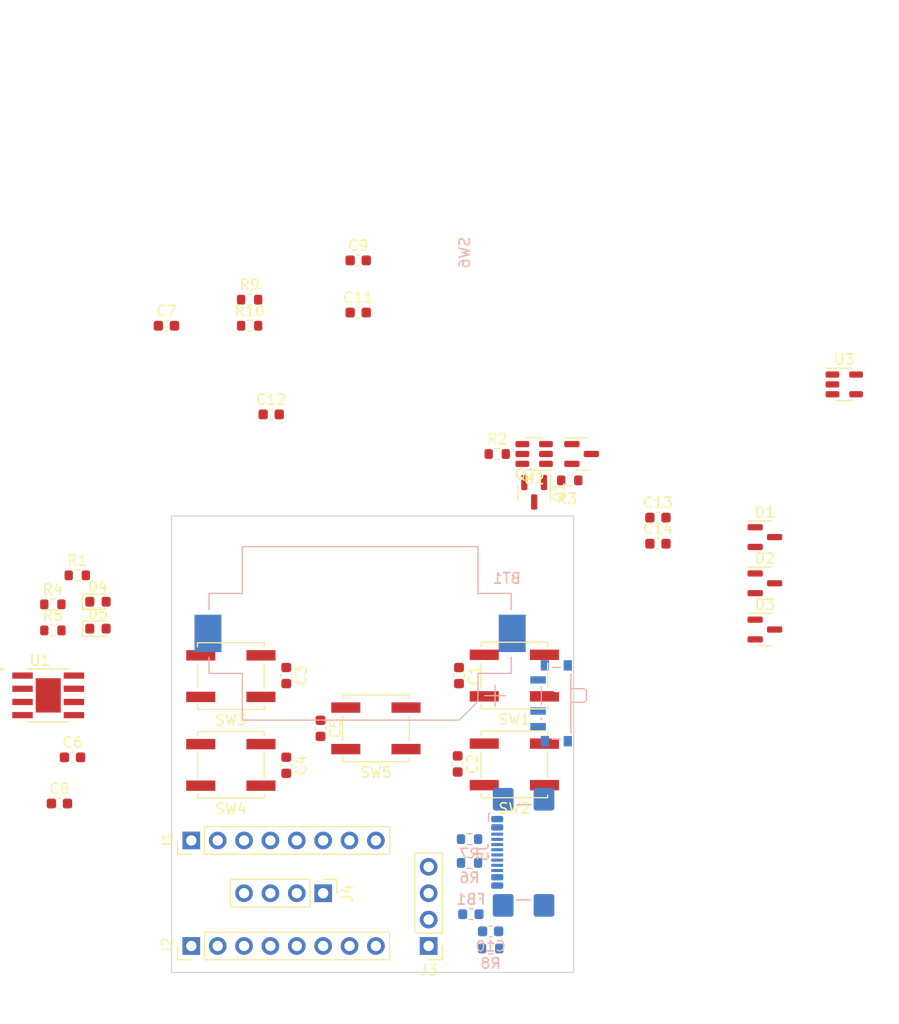
<source format=kicad_pcb>
(kicad_pcb (version 20221018) (generator pcbnew)
  (layers (0 "F.Cu" signal) (31 "B.Cu" signal) (34 "B.Paste" user) (35 "F.Paste" user) (36 "B.SilkS" user "B.Silkscreen") (37 "F.SilkS" user "F.Silkscreen") (38 "B.Mask" user) (39 "F.Mask" user) (44 "Edge.Cuts" user))
  (net 0 "")
  (net 1 "+BATT")
  (net 2 "GND1")
  (net 3 "S_TP")
  (net 4 "GND")
  (net 5 "S_TN")
  (net 6 "S_IP")
  (net 7 "S_IN")
  (net 8 "S_M")
  (net 9 "VDD")
  (net 10 "+5V")
  (net 11 "Net-(U2-VCC)")
  (net 12 "Net-(C10-Pad1)")
  (net 13 "Net-(J5-SHIELD)")
  (net 14 "+3V0")
  (net 15 "INT")
  (net 17 "Net-(D4-K)")
  (net 18 "Net-(D5-K)")
  (net 23 "SCL")
  (net 24 "SDA")
  (net 27 "Net-(J5-CC1)")
  (net 31 "Net-(J5-CC2)")
  (net 35 "Net-(Q1-G)")
  (net 36 "Net-(Q1-D)")
  (net 37 "Net-(Q2-G)")
  (net 38 "Net-(U1-PROG)")
  (net 39 "Net-(U2-CS)")
  (net 40 "Net-(U1-~{CHRG})")
  (net 41 "Net-(U1-~{STDBY})")
  (net 42 "Net-(U3-FB)")
  (footprint "Capacitor_SMD:C_0603_1608Metric" (layer "F.Cu") (at 129.613 85.979)
    (fp_text reference "C12" (at 0 -1.43) (layer "F.SilkS"))
    (fp_text value "100n")
    (fp_line (start -0.14058 -0.51) (end 0.14058 -0.51) (stroke (width 0.12)) (layer "F.SilkS"))
    (fp_line (start -0.14058 0.51) (end 0.14058 0.51) (stroke (width 0.12)) (layer "F.SilkS"))
    (pad "1" smd roundrect (at -0.775 0) (size 0.9 0.95) (layers "F.Cu" "F.Paste" "F.Mask") (net 4 "GND"))
    (pad "2" smd roundrect (at 0.775 0) (size 0.9 0.95) (layers "F.Cu" "F.Paste" "F.Mask") (net 14 "+3V0"))
  )
  (footprint "Capacitor_SMD:C_0603_1608Metric" (layer "F.Cu") (at 147.701 111.125 -90)
    (fp_text reference "C1" (at 0 -1.43 90) (layer "F.SilkS"))
    (fp_text value "100n")
    (fp_line (start -0.14058 -0.51) (end 0.14058 -0.51) (stroke (width 0.12)) (layer "F.SilkS"))
    (fp_line (start -0.14058 0.51) (end 0.14058 0.51) (stroke (width 0.12)) (layer "F.SilkS"))
    (pad "1" smd roundrect (at -0.775 0 270) (size 0.9 0.95) (layers "F.Cu" "F.Paste" "F.Mask") (net 3 "S_TP"))
    (pad "2" smd roundrect (at 0.775 0 270) (size 0.9 0.95) (layers "F.Cu" "F.Paste" "F.Mask") (net 4 "GND"))
  )
  (footprint "kicad_libs:SOP127P600X175-9N" (layer "F.Cu") (at 108.139 113.03)
    (fp_text reference "U1" (at -0.795 -3.362) (layer "F.SilkS"))
    (fp_text value "TP4056")
    (fp_line (start -2 -2.55) (end 2 -2.55) (stroke (width 0.127)) (layer "F.SilkS"))
    (fp_line (start -2 2.55) (end 2 2.55) (stroke (width 0.127)) (layer "F.SilkS"))
    (fp_circle (center -4.445 -2.505) (end -4.345 -2.505) (stroke (width 0.2)) (fill none) (layer "F.SilkS"))
    (pad "1" smd roundrect (at -2.475 -1.905) (size 1.97 0.6) (layers "F.Cu" "F.Paste" "F.Mask") (roundrect_rratio 0.07) (net 4 "GND"))
    (pad "2" smd roundrect (at -2.475 -0.635) (size 1.97 0.6) (layers "F.Cu" "F.Paste" "F.Mask") (roundrect_rratio 0.07) (net 38 "Net-(U1-PROG)"))
    (pad "3" smd roundrect (at -2.475 0.635) (size 1.97 0.6) (layers "F.Cu" "F.Paste" "F.Mask") (roundrect_rratio 0.07) (net 4 "GND"))
    (pad "4" smd roundrect (at -2.475 1.905) (size 1.97 0.6) (layers "F.Cu" "F.Paste" "F.Mask") (roundrect_rratio 0.07) (net 10 "+5V"))
    (pad "5" smd roundrect (at 2.475 1.905) (size 1.97 0.6) (layers "F.Cu" "F.Paste" "F.Mask") (roundrect_rratio 0.07) (net 1 "+BATT"))
    (pad "6" smd roundrect (at 2.475 0.635) (size 1.97 0.6) (layers "F.Cu" "F.Paste" "F.Mask") (roundrect_rratio 0.07) (net 41 "Net-(U1-~{STDBY})"))
    (pad "7" smd roundrect (at 2.475 -0.635) (size 1.97 0.6) (layers "F.Cu" "F.Paste" "F.Mask") (roundrect_rratio 0.07) (net 40 "Net-(U1-~{CHRG})"))
    (pad "8" smd roundrect (at 2.475 -1.905) (size 1.97 0.6) (layers "F.Cu" "F.Paste" "F.Mask") (roundrect_rratio 0.07) (net 10 "+5V"))
    (pad "9" smd rect (at 0 0) (size 2.413 3.302) (layers "F.Cu" "F.Mask") (net 4 "GND"))
  )
  (footprint "Connector_PinHeader_2.54mm:PinHeader_1x04_P2.54mm_Vertical" (layer "F.Cu") (at 134.62 132.08 -90)
    (fp_text reference "J4" (at 0 -2.33 90) (layer "F.SilkS"))
    (fp_text value "Conn_01x04_Socket")
    (fp_line (start -1.33 -1.33) (end 0 -1.33) (stroke (width 0.12)) (layer "F.SilkS"))
    (fp_line (start -1.33 0) (end -1.33 -1.33) (stroke (width 0.12)) (layer "F.SilkS"))
    (fp_line (start -1.33 1.27) (end -1.33 8.95) (stroke (width 0.12)) (layer "F.SilkS"))
    (fp_line (start -1.33 1.27) (end 1.33 1.27) (stroke (width 0.12)) (layer "F.SilkS"))
    (fp_line (start -1.33 8.95) (end 1.33 8.95) (stroke (width 0.12)) (layer "F.SilkS"))
    (fp_line (start 1.33 1.27) (end 1.33 8.95) (stroke (width 0.12)) (layer "F.SilkS"))
    (pad "1" thru_hole rect (at 0 0 270) (size 1.7 1.7) (drill 1) (layers "*.Cu" "*.Mask") (net 24 "SDA"))
    (pad "2" thru_hole oval (at 0 2.54 270) (size 1.7 1.7) (drill 1) (layers "*.Cu" "*.Mask") (net 23 "SCL"))
    (pad "3" thru_hole oval (at 0 5.08 270) (size 1.7 1.7) (drill 1) (layers "*.Cu" "*.Mask") (net 4 "GND"))
    (pad "4" thru_hole oval (at 0 7.62 270) (size 1.7 1.7) (drill 1) (layers "*.Cu" "*.Mask") (net 14 "+3V0"))
  )
  (footprint "Package_TO_SOT_SMD:SOT-23" (layer "F.Cu") (at 177.165 97.79)
    (fp_text reference "D1" (at 0 -2.4) (layer "F.SilkS"))
    (fp_text value "BAT54A")
    (fp_line (start 0 -1.56) (end -1.675 -1.56) (stroke (width 0.12)) (layer "F.SilkS"))
    (fp_line (start 0 -1.56) (end 0.65 -1.56) (stroke (width 0.12)) (layer "F.SilkS"))
    (fp_line (start 0 1.56) (end -0.65 1.56) (stroke (width 0.12)) (layer "F.SilkS"))
    (fp_line (start 0 1.56) (end 0.65 1.56) (stroke (width 0.12)) (layer "F.SilkS"))
    (pad "1" smd roundrect (at -0.9375 -0.95) (size 1.475 0.6) (layers "F.Cu" "F.Paste" "F.Mask") (net 3 "S_TP"))
    (pad "2" smd roundrect (at -0.9375 0.95) (size 1.475 0.6) (layers "F.Cu" "F.Paste" "F.Mask") (net 5 "S_TN"))
    (pad "3" smd roundrect (at 0.9375 0) (size 1.475 0.6) (layers "F.Cu" "F.Paste" "F.Mask") (net 15 "INT"))
  )
  (footprint "Resistor_SMD:R_0603_1608Metric" (layer "F.Cu") (at 108.585 106.777)
    (fp_text reference "R5" (at 0 -1.43) (layer "F.SilkS"))
    (fp_text value "2k")
    (fp_line (start -0.237258 -0.5225) (end 0.237258 -0.5225) (stroke (width 0.12)) (layer "F.SilkS"))
    (fp_line (start -0.237258 0.5225) (end 0.237258 0.5225) (stroke (width 0.12)) (layer "F.SilkS"))
    (pad "1" smd roundrect (at -0.825 0) (size 0.8 0.95) (layers "F.Cu" "F.Paste" "F.Mask") (net 41 "Net-(U1-~{STDBY})"))
    (pad "2" smd roundrect (at 0.825 0) (size 0.8 0.95) (layers "F.Cu" "F.Paste" "F.Mask") (net 17 "Net-(D4-K)"))
  )
  (footprint "Connector_PinHeader_2.54mm:PinHeader_1x08_P2.54mm_Vertical" (layer "F.Cu") (at 121.92 127 90)
    (fp_text reference "J1" (at 0 -2.33 90) (layer "F.SilkS"))
    (fp_text value "Conn_01x08_Socket")
    (fp_line (start -1.33 -1.33) (end 0 -1.33) (stroke (width 0.12)) (layer "F.SilkS"))
    (fp_line (start -1.33 0) (end -1.33 -1.33) (stroke (width 0.12)) (layer "F.SilkS"))
    (fp_line (start -1.33 1.27) (end -1.33 19.11) (stroke (width 0.12)) (layer "F.SilkS"))
    (fp_line (start -1.33 1.27) (end 1.33 1.27) (stroke (width 0.12)) (layer "F.SilkS"))
    (fp_line (start -1.33 19.11) (end 1.33 19.11) (stroke (width 0.12)) (layer "F.SilkS"))
    (fp_line (start 1.33 1.27) (end 1.33 19.11) (stroke (width 0.12)) (layer "F.SilkS"))
    (pad "1" thru_hole rect (at 0 0 90) (size 1.7 1.7) (drill 1) (layers "*.Cu" "*.Mask") (net 3 "S_TP"))
    (pad "2" thru_hole oval (at 0 2.54 90) (size 1.7 1.7) (drill 1) (layers "*.Cu" "*.Mask") (net 5 "S_TN"))
    (pad "3" thru_hole oval (at 0 5.08 90) (size 1.7 1.7) (drill 1) (layers "*.Cu" "*.Mask") (net 6 "S_IP"))
    (pad "4" thru_hole oval (at 0 7.62 90) (size 1.7 1.7) (drill 1) (layers "*.Cu" "*.Mask") (net 7 "S_IN"))
    (pad "5" thru_hole oval (at 0 10.16 90) (size 1.7 1.7) (drill 1) (layers "*.Cu" "*.Mask") (net 8 "S_M"))
    (pad "6" thru_hole oval (at 0 12.7 90) (size 1.7 1.7) (drill 1) (layers "*.Cu" "*.Mask"))
    (pad "7" thru_hole oval (at 0 15.24 90) (size 1.7 1.7) (drill 1) (layers "*.Cu" "*.Mask"))
    (pad "8" thru_hole oval (at 0 17.78 90) (size 1.7 1.7) (drill 1) (layers "*.Cu" "*.Mask"))
  )
  (footprint "Capacitor_SMD:C_0603_1608Metric" (layer "F.Cu") (at 166.865 98.425)
    (fp_text reference "C14" (at 0 -1.43) (layer "F.SilkS"))
    (fp_text value "10u")
    (fp_line (start -0.14058 -0.51) (end 0.14058 -0.51) (stroke (width 0.12)) (layer "F.SilkS"))
    (fp_line (start -0.14058 0.51) (end 0.14058 0.51) (stroke (width 0.12)) (layer "F.SilkS"))
    (pad "1" smd roundrect (at -0.775 0) (size 0.9 0.95) (layers "F.Cu" "F.Paste" "F.Mask") (net 4 "GND"))
    (pad "2" smd roundrect (at 0.775 0) (size 0.9 0.95) (layers "F.Cu" "F.Paste" "F.Mask") (net 14 "+3V0"))
  )
  (footprint "Resistor_SMD:R_0603_1608Metric" (layer "F.Cu") (at 151.384 89.789)
    (fp_text reference "R2" (at 0 -1.43) (layer "F.SilkS"))
    (fp_text value "100R")
    (fp_line (start -0.237258 -0.5225) (end 0.237258 -0.5225) (stroke (width 0.12)) (layer "F.SilkS"))
    (fp_line (start -0.237258 0.5225) (end 0.237258 0.5225) (stroke (width 0.12)) (layer "F.SilkS"))
    (pad "1" smd roundrect (at -0.825 0) (size 0.8 0.95) (layers "F.Cu" "F.Paste" "F.Mask") (net 1 "+BATT"))
    (pad "2" smd roundrect (at 0.825 0) (size 0.8 0.95) (layers "F.Cu" "F.Paste" "F.Mask") (net 11 "Net-(U2-VCC)"))
  )
  (footprint "Capacitor_SMD:C_0603_1608Metric" (layer "F.Cu") (at 166.865 95.915)
    (fp_text reference "C13" (at 0 -1.43) (layer "F.SilkS"))
    (fp_text value "100n")
    (fp_line (start -0.14058 -0.51) (end 0.14058 -0.51) (stroke (width 0.12)) (layer "F.SilkS"))
    (fp_line (start -0.14058 0.51) (end 0.14058 0.51) (stroke (width 0.12)) (layer "F.SilkS"))
    (pad "1" smd roundrect (at -0.775 0) (size 0.9 0.95) (layers "F.Cu" "F.Paste" "F.Mask") (net 4 "GND"))
    (pad "2" smd roundrect (at 0.775 0) (size 0.9 0.95) (layers "F.Cu" "F.Paste" "F.Mask") (net 14 "+3V0"))
  )
  (footprint "Package_TO_SOT_SMD:SOT-23" (layer "F.Cu") (at 154.94 93.472 -90)
    (fp_text reference "Q1" (at 0 -2.4 90) (layer "F.SilkS"))
    (fp_text value "DMG3402L")
    (fp_line (start 0 -1.56) (end -1.675 -1.56) (stroke (width 0.12)) (layer "F.SilkS"))
    (fp_line (start 0 -1.56) (end 0.65 -1.56) (stroke (width 0.12)) (layer "F.SilkS"))
    (fp_line (start 0 1.56) (end -0.65 1.56) (stroke (width 0.12)) (layer "F.SilkS"))
    (fp_line (start 0 1.56) (end 0.65 1.56) (stroke (width 0.12)) (layer "F.SilkS"))
    (pad "1" smd roundrect (at -0.9375 -0.95 270) (size 1.475 0.6) (layers "F.Cu" "F.Paste" "F.Mask") (net 35 "Net-(Q1-G)"))
    (pad "2" smd roundrect (at -0.9375 0.95 270) (size 1.475 0.6) (layers "F.Cu" "F.Paste" "F.Mask") (net 2 "GND1"))
    (pad "3" smd roundrect (at 0.9375 0 270) (size 1.475 0.6) (layers "F.Cu" "F.Paste" "F.Mask") (net 36 "Net-(Q1-D)"))
  )
  (footprint "Connector_PinHeader_2.54mm:PinHeader_1x04_P2.54mm_Vertical" (layer "F.Cu") (at 144.78 137.16 180)
    (fp_text reference "J3" (at 0 -2.33) (layer "F.SilkS"))
    (fp_text value "Conn_01x04_Socket")
    (fp_line (start -1.33 -1.33) (end 0 -1.33) (stroke (width 0.12)) (layer "F.SilkS"))
    (fp_line (start -1.33 0) (end -1.33 -1.33) (stroke (width 0.12)) (layer "F.SilkS"))
    (fp_line (start -1.33 1.27) (end -1.33 8.95) (stroke (width 0.12)) (layer "F.SilkS"))
    (fp_line (start -1.33 1.27) (end 1.33 1.27) (stroke (width 0.12)) (layer "F.SilkS"))
    (fp_line (start -1.33 8.95) (end 1.33 8.95) (stroke (width 0.12)) (layer "F.SilkS"))
    (fp_line (start 1.33 1.27) (end 1.33 8.95) (stroke (width 0.12)) (layer "F.SilkS"))
    (pad "1" thru_hole rect (at 0 0 180) (size 1.7 1.7) (drill 1) (layers "*.Cu" "*.Mask") (net 24 "SDA"))
    (pad "2" thru_hole oval (at 0 2.54 180) (size 1.7 1.7) (drill 1) (layers "*.Cu" "*.Mask") (net 23 "SCL"))
    (pad "3" thru_hole oval (at 0 5.08 180) (size 1.7 1.7) (drill 1) (layers "*.Cu" "*.Mask") (net 14 "+3V0"))
    (pad "4" thru_hole oval (at 0 7.62 180) (size 1.7 1.7) (drill 1) (layers "*.Cu" "*.Mask") (net 4 "GND"))
  )
  (footprint "Connector_PinHeader_2.54mm:PinHeader_1x08_P2.54mm_Vertical" (layer "F.Cu") (at 121.92 137.16 90)
    (fp_text reference "J2" (at 0 -2.33 90) (layer "F.SilkS"))
    (fp_text value "Conn_01x08_Socket")
    (fp_line (start -1.33 -1.33) (end 0 -1.33) (stroke (width 0.12)) (layer "F.SilkS"))
    (fp_line (start -1.33 0) (end -1.33 -1.33) (stroke (width 0.12)) (layer "F.SilkS"))
    (fp_line (start -1.33 1.27) (end -1.33 19.11) (stroke (width 0.12)) (layer "F.SilkS"))
    (fp_line (start -1.33 1.27) (end 1.33 1.27) (stroke (width 0.12)) (layer "F.SilkS"))
    (fp_line (start -1.33 19.11) (end 1.33 19.11) (stroke (width 0.12)) (layer "F.SilkS"))
    (fp_line (start 1.33 1.27) (end 1.33 19.11) (stroke (width 0.12)) (layer "F.SilkS"))
    (pad "1" thru_hole rect (at 0 0 90) (size 1.7 1.7) (drill 1) (layers "*.Cu" "*.Mask"))
    (pad "2" thru_hole oval (at 0 2.54 90) (size 1.7 1.7) (drill 1) (layers "*.Cu" "*.Mask") (net 15 "INT"))
    (pad "3" thru_hole oval (at 0 5.08 90) (size 1.7 1.7) (drill 1) (layers "*.Cu" "*.Mask") (net 14 "+3V0"))
    (pad "4" thru_hole oval (at 0 7.62 90) (size 1.7 1.7) (drill 1) (layers "*.Cu" "*.Mask") (net 4 "GND"))
    (pad "5" thru_hole oval (at 0 10.16 90) (size 1.7 1.7) (drill 1) (layers "*.Cu" "*.Mask") (net 23 "SCL"))
    (pad "6" thru_hole oval (at 0 12.7 90) (size 1.7 1.7) (drill 1) (layers "*.Cu" "*.Mask") (net 24 "SDA"))
    (pad "7" thru_hole oval (at 0 15.24 90) (size 1.7 1.7) (drill 1) (layers "*.Cu" "*.Mask"))
    (pad "8" thru_hole oval (at 0 17.78 90) (size 1.7 1.7) (drill 1) (layers "*.Cu" "*.Mask"))
  )
  (footprint "Capacitor_SMD:C_0603_1608Metric" (layer "F.Cu") (at 110.477 118.999)
    (fp_text reference "C6" (at 0 -1.43) (layer "F.SilkS"))
    (fp_text value "10u")
    (fp_line (start -0.14058 -0.51) (end 0.14058 -0.51) (stroke (width 0.12)) (layer "F.SilkS"))
    (fp_line (start -0.14058 0.51) (end 0.14058 0.51) (stroke (width 0.12)) (layer "F.SilkS"))
    (pad "1" smd roundrect (at -0.775 0) (size 0.9 0.95) (layers "F.Cu" "F.Paste" "F.Mask") (net 4 "GND"))
    (pad "2" smd roundrect (at 0.775 0) (size 0.9 0.95) (layers "F.Cu" "F.Paste" "F.Mask") (net 1 "+BATT"))
  )
  (footprint "Button_Switch_SMD:SW_Push_1P1T_NO_CK_KSC7xxJ" (layer "F.Cu") (at 153.035 119.675)
    (fp_text reference "SW2" (at 0 4.24) (layer "F.SilkS"))
    (fp_text value "SW_Push")
    (fp_line (start -3.21 -3.21) (end -3.21 -2.8) (stroke (width 0.12)) (layer "F.SilkS"))
    (fp_line (start -3.21 -1.2) (end -3.21 1.2) (stroke (width 0.12)) (layer "F.SilkS"))
    (fp_line (start -3.21 2.8) (end -3.21 3.21) (stroke (width 0.12)) (layer "F.SilkS"))
    (fp_line (start -3.21 3.21) (end 3.21 3.21) (stroke (width 0.12)) (layer "F.SilkS"))
    (fp_line (start 3.21 -3.21) (end -3.21 -3.21) (stroke (width 0.12)) (layer "F.SilkS"))
    (fp_line (start 3.21 -2.8) (end 3.21 -3.21) (stroke (width 0.12)) (layer "F.SilkS"))
    (fp_line (start 3.21 1.2) (end 3.21 -1.2) (stroke (width 0.12)) (layer "F.SilkS"))
    (fp_line (start 3.21 3.21) (end 3.21 2.93) (stroke (width 0.12)) (layer "F.SilkS"))
    (pad "1" smd rect (at -2.9 -2) (size 2.8 1) (layers "F.Cu" "F.Paste" "F.Mask") (net 5 "S_TN"))
    (pad "1" smd rect (at 2.9 -2) (size 2.8 1) (layers "F.Cu" "F.Paste" "F.Mask") (net 5 "S_TN"))
    (pad "2" smd rect (at -2.9 2) (size 2.8 1) (layers "F.Cu" "F.Paste" "F.Mask") (net 4 "GND"))
    (pad "2" smd rect (at 2.9 2) (size 2.8 1) (layers "F.Cu" "F.Paste" "F.Mask") (net 4 "GND"))
  )
  (footprint "Resistor_SMD:R_0603_1608Metric" (layer "F.Cu") (at 127.54 77.44)
    (fp_text reference "R10" (at 0 -1.43) (layer "F.SilkS"))
    (fp_text value "?")
    (fp_line (start -0.237258 -0.5225) (end 0.237258 -0.5225) (stroke (width 0.12)) (layer "F.SilkS"))
    (fp_line (start -0.237258 0.5225) (end 0.237258 0.5225) (stroke (width 0.12)) (layer "F.SilkS"))
    (pad "1" smd roundrect (at -0.825 0) (size 0.8 0.95) (layers "F.Cu" "F.Paste" "F.Mask") (net 4 "GND"))
    (pad "2" smd roundrect (at 0.825 0) (size 0.8 0.95) (layers "F.Cu" "F.Paste" "F.Mask") (net 42 "Net-(U3-FB)"))
  )
  (footprint "Package_TO_SOT_SMD:SOT-23-6" (layer "F.Cu") (at 154.94 89.789 180)
    (fp_text reference "U2" (at 0 -2.4) (layer "F.SilkS"))
    (fp_text value "DW01A")
    (fp_line (start 0 -1.56) (end -1.8 -1.56) (stroke (width 0.12)) (layer "F.SilkS"))
    (fp_line (start 0 -1.56) (end 0.8 -1.56) (stroke (width 0.12)) (layer "F.SilkS"))
    (fp_line (start 0 1.56) (end -0.8 1.56) (stroke (width 0.12)) (layer "F.SilkS"))
    (fp_line (start 0 1.56) (end 0.8 1.56) (stroke (width 0.12)) (layer "F.SilkS"))
    (pad "1" smd roundrect (at -1.1375 -0.95 180) (size 1.325 0.6) (layers "F.Cu" "F.Paste" "F.Mask") (net 35 "Net-(Q1-G)"))
    (pad "2" smd roundrect (at -1.1375 0 180) (size 1.325 0.6) (layers "F.Cu" "F.Paste" "F.Mask") (net 39 "Net-(U2-CS)"))
    (pad "3" smd roundrect (at -1.1375 0.95 180) (size 1.325 0.6) (layers "F.Cu" "F.Paste" "F.Mask") (net 37 "Net-(Q2-G)"))
    (pad "4" smd roundrect (at 1.1375 0.95 180) (size 1.325 0.6) (layers "F.Cu" "F.Paste" "F.Mask"))
    (pad "5" smd roundrect (at 1.1375 0 180) (size 1.325 0.6) (layers "F.Cu" "F.Paste" "F.Mask") (net 11 "Net-(U2-VCC)"))
    (pad "6" smd roundrect (at 1.1375 -0.95 180) (size 1.325 0.6) (layers "F.Cu" "F.Paste" "F.Mask") (net 2 "GND1"))
  )
  (footprint "Package_TO_SOT_SMD:SOT-23" (layer "F.Cu") (at 159.512 89.789)
    (fp_text reference "Q2" (at -5.425 1.96) (layer "F.SilkS"))
    (fp_text value "DMG3402L")
    (fp_line (start 0 -1.56) (end -1.675 -1.56) (stroke (width 0.12)) (layer "F.SilkS"))
    (fp_line (start 0 -1.56) (end 0.65 -1.56) (stroke (width 0.12)) (layer "F.SilkS"))
    (fp_line (start 0 1.56) (end -0.65 1.56) (stroke (width 0.12)) (layer "F.SilkS"))
    (fp_line (start 0 1.56) (end 0.65 1.56) (stroke (width 0.12)) (layer "F.SilkS"))
    (pad "1" smd roundrect (at -0.9375 -0.95) (size 1.475 0.6) (layers "F.Cu" "F.Paste" "F.Mask") (net 37 "Net-(Q2-G)"))
    (pad "2" smd roundrect (at -0.9375 0.95) (size 1.475 0.6) (layers "F.Cu" "F.Paste" "F.Mask") (net 4 "GND"))
    (pad "3" smd roundrect (at 0.9375 0) (size 1.475 0.6) (layers "F.Cu" "F.Paste" "F.Mask") (net 36 "Net-(Q1-D)"))
  )
  (footprint "LED_SMD:LED_0603_1608Metric" (layer "F.Cu") (at 112.9285 104.013)
    (fp_text reference "D4" (at 0 -1.43) (layer "F.SilkS"))
    (fp_text value "LED")
    (fp_line (start -1.485 -0.735) (end -1.485 0.735) (stroke (width 0.12)) (layer "F.SilkS"))
    (fp_line (start -1.485 0.735) (end 0.8 0.735) (stroke (width 0.12)) (layer "F.SilkS"))
    (fp_line (start 0.8 -0.735) (end -1.485 -0.735) (stroke (width 0.12)) (layer "F.SilkS"))
    (pad "1" smd roundrect (at -0.7875 0) (size 0.875 0.95) (layers "F.Cu" "F.Paste" "F.Mask") (net 17 "Net-(D4-K)"))
    (pad "2" smd roundrect (at 0.7875 0) (size 0.875 0.95) (layers "F.Cu" "F.Paste" "F.Mask") (net 10 "+5V"))
  )
  (footprint "Resistor_SMD:R_0603_1608Metric" (layer "F.Cu") (at 108.585 104.267)
    (fp_text reference "R4" (at 0 -1.43) (layer "F.SilkS"))
    (fp_text value "2k")
    (fp_line (start -0.237258 -0.5225) (end 0.237258 -0.5225) (stroke (width 0.12)) (layer "F.SilkS"))
    (fp_line (start -0.237258 0.5225) (end 0.237258 0.5225) (stroke (width 0.12)) (layer "F.SilkS"))
    (pad "1" smd roundrect (at -0.825 0) (size 0.8 0.95) (layers "F.Cu" "F.Paste" "F.Mask") (net 40 "Net-(U1-~{CHRG})"))
    (pad "2" smd roundrect (at 0.825 0) (size 0.8 0.95) (layers "F.Cu" "F.Paste" "F.Mask") (net 18 "Net-(D5-K)"))
  )
  (footprint "Package_TO_SOT_SMD:SOT-23-5" (layer "F.Cu") (at 184.81 83.09)
    (fp_text reference "U3" (at 0 -2.4) (layer "F.SilkS"))
    (fp_text value "TPS73601DBV")
    (fp_line (start 0 -1.56) (end -1.8 -1.56) (stroke (width 0.12)) (layer "F.SilkS"))
    (fp_line (start 0 -1.56) (end 0.8 -1.56) (stroke (width 0.12)) (layer "F.SilkS"))
    (fp_line (start 0 1.56) (end -0.8 1.56) (stroke (width 0.12)) (layer "F.SilkS"))
    (fp_line (start 0 1.56) (end 0.8 1.56) (stroke (width 0.12)) (layer "F.SilkS"))
    (pad "1" smd roundrect (at -1.1375 -0.95) (size 1.325 0.6) (layers "F.Cu" "F.Paste" "F.Mask") (net 9 "VDD"))
    (pad "2" smd roundrect (at -1.1375 0) (size 1.325 0.6) (layers "F.Cu" "F.Paste" "F.Mask") (net 4 "GND"))
    (pad "3" smd roundrect (at -1.1375 0.95) (size 1.325 0.6) (layers "F.Cu" "F.Paste" "F.Mask") (net 9 "VDD"))
    (pad "4" smd roundrect (at 1.1375 0.95) (size 1.325 0.6) (layers "F.Cu" "F.Paste" "F.Mask") (net 42 "Net-(U3-FB)"))
    (pad "5" smd roundrect (at 1.1375 -0.95) (size 1.325 0.6) (layers "F.Cu" "F.Paste" "F.Mask") (net 14 "+3V0"))
  )
  (footprint "Capacitor_SMD:C_0603_1608Metric" (layer "F.Cu") (at 119.52 77.44)
    (fp_text reference "C7" (at 0 -1.43) (layer "F.SilkS"))
    (fp_text value "10u")
    (fp_line (start -0.14058 -0.51) (end 0.14058 -0.51) (stroke (width 0.12)) (layer "F.SilkS"))
    (fp_line (start -0.14058 0.51) (end 0.14058 0.51) (stroke (width 0.12)) (layer "F.SilkS"))
    (pad "1" smd roundrect (at -0.775 0) (size 0.9 0.95) (layers "F.Cu" "F.Paste" "F.Mask") (net 4 "GND"))
    (pad "2" smd roundrect (at 0.775 0) (size 0.9 0.95) (layers "F.Cu" "F.Paste" "F.Mask") (net 9 "VDD"))
  )
  (footprint "Resistor_SMD:R_0603_1608Metric" (layer "F.Cu") (at 158.369 92.329)
    (fp_text reference "R3" (at -0.254 1.778) (layer "F.SilkS"))
    (fp_text value "1k")
    (fp_line (start -0.237258 -0.5225) (end 0.237258 -0.5225) (stroke (width 0.12)) (layer "F.SilkS"))
    (fp_line (start -0.237258 0.5225) (end 0.237258 0.5225) (stroke (width 0.12)) (layer "F.SilkS"))
    (pad "1" smd roundrect (at -0.825 0) (size 0.8 0.95) (layers "F.Cu" "F.Paste" "F.Mask") (net 39 "Net-(U2-CS)"))
    (pad "2" smd roundrect (at 0.825 0) (size 0.8 0.95) (layers "F.Cu" "F.Paste" "F.Mask") (net 4 "GND"))
  )
  (footprint "Capacitor_SMD:C_0603_1608Metric" (layer "F.Cu") (at 134.366 116.205 -90)
    (fp_text reference "C5" (at 0 -1.43 90) (layer "F.SilkS"))
    (fp_text value "100n")
    (fp_line (start -0.14058 -0.51) (end 0.14058 -0.51) (stroke (width 0.12)) (layer "F.SilkS"))
    (fp_line (start -0.14058 0.51) (end 0.14058 0.51) (stroke (width 0.12)) (layer "F.SilkS"))
    (pad "1" smd roundrect (at -0.775 0 270) (size 0.9 0.95) (layers "F.Cu" "F.Paste" "F.Mask") (net 8 "S_M"))
    (pad "2" smd roundrect (at 0.775 0 270) (size 0.9 0.95) (layers "F.Cu" "F.Paste" "F.Mask") (net 4 "GND"))
  )
  (footprint "Capacitor_SMD:C_0603_1608Metric" (layer "F.Cu") (at 131.064 119.761 -90)
    (fp_text reference "C4" (at 0 -1.43 90) (layer "F.SilkS"))
    (fp_text value "100n")
    (fp_line (start -0.14058 -0.51) (end 0.14058 -0.51) (stroke (width 0.12)) (layer "F.SilkS"))
    (fp_line (start -0.14058 0.51) (end 0.14058 0.51) (stroke (width 0.12)) (layer "F.SilkS"))
    (pad "1" smd roundrect (at -0.775 0 270) (size 0.9 0.95) (layers "F.Cu" "F.Paste" "F.Mask") (net 7 "S_IN"))
    (pad "2" smd roundrect (at 0.775 0 270) (size 0.9 0.95) (layers "F.Cu" "F.Paste" "F.Mask") (net 4 "GND"))
  )
  (footprint "Capacitor_SMD:C_0603_1608Metric" (layer "F.Cu") (at 131.064 111.125 -90)
    (fp_text reference "C3" (at 0 -1.43 90) (layer "F.SilkS"))
    (fp_text value "100n")
    (fp_line (start -0.14058 -0.51) (end 0.14058 -0.51) (stroke (width 0.12)) (layer "F.SilkS"))
    (fp_line (start -0.14058 0.51) (end 0.14058 0.51) (stroke (width 0.12)) (layer "F.SilkS"))
    (pad "1" smd roundrect (at -0.775 0 270) (size 0.9 0.95) (layers "F.Cu" "F.Paste" "F.Mask") (net 6 "S_IP"))
    (pad "2" smd roundrect (at 0.775 0 270) (size 0.9 0.95) (layers "F.Cu" "F.Paste" "F.Mask") (net 4 "GND"))
  )
  (footprint "Button_Switch_SMD:SW_Push_1P1T_NO_CK_KSC7xxJ" (layer "F.Cu") (at 139.7 116.205)
    (fp_text reference "SW5" (at 0 4.24) (layer "F.SilkS"))
    (fp_text value "SW_Push")
    (fp_line (start -3.21 -3.21) (end -3.21 -2.8) (stroke (width 0.12)) (layer "F.SilkS"))
    (fp_line (start -3.21 -1.2) (end -3.21 1.2) (stroke (width 0.12)) (layer "F.SilkS"))
    (fp_line (start -3.21 2.8) (end -3.21 3.21) (stroke (width 0.12)) (layer "F.SilkS"))
    (fp_line (start -3.21 3.21) (end 3.21 3.21) (stroke (width 0.12)) (layer "F.SilkS"))
    (fp_line (start 3.21 -3.21) (end -3.21 -3.21) (stroke (width 0.12)) (layer "F.SilkS"))
    (fp_line (start 3.21 -2.8) (end 3.21 -3.21) (stroke (width 0.12)) (layer "F.SilkS"))
    (fp_line (start 3.21 1.2) (end 3.21 -1.2) (stroke (width 0.12)) (layer "F.SilkS"))
    (fp_line (start 3.21 3.21) (end 3.21 2.93) (stroke (width 0.12)) (layer "F.SilkS"))
    (pad "1" smd rect (at -2.9 -2) (size 2.8 1) (layers "F.Cu" "F.Paste" "F.Mask") (net 8 "S_M"))
    (pad "1" smd rect (at 2.9 -2) (size 2.8 1) (layers "F.Cu" "F.Paste" "F.Mask") (net 8 "S_M"))
    (pad "2" smd rect (at -2.9 2) (size 2.8 1) (layers "F.Cu" "F.Paste" "F.Mask") (net 4 "GND"))
    (pad "2" smd rect (at 2.9 2) (size 2.8 1) (layers "F.Cu" "F.Paste" "F.Mask") (net 4 "GND"))
  )
  (footprint "Capacitor_SMD:C_0603_1608Metric" (layer "F.Cu") (at 137.995 76.17)
    (fp_text reference "C11" (at 0 -1.43) (layer "F.SilkS"))
    (fp_text value "100n")
    (fp_line (start -0.14058 -0.51) (end 0.14058 -0.51) (stroke (width 0.12)) (layer "F.SilkS"))
    (fp_line (start -0.14058 0.51) (end 0.14058 0.51) (stroke (width 0.12)) (layer "F.SilkS"))
    (pad "1" smd roundrect (at -0.775 0) (size 0.9 0.95) (layers "F.Cu" "F.Paste" "F.Mask") (net 4 "GND"))
    (pad "2" smd roundrect (at 0.775 0) (size 0.9 0.95) (layers "F.Cu" "F.Paste" "F.Mask") (net 9 "VDD"))
  )
  (footprint "Button_Switch_SMD:SW_Push_1P1T_NO_CK_KSC7xxJ" (layer "F.Cu") (at 153.035 111.125)
    (fp_text reference "SW1" (at 0 4.24) (layer "F.SilkS"))
    (fp_text value "SW_Push")
    (fp_line (start -3.21 -3.21) (end -3.21 -2.8) (stroke (width 0.12)) (layer "F.SilkS"))
    (fp_line (start -3.21 -1.2) (end -3.21 1.2) (stroke (width 0.12)) (layer "F.SilkS"))
    (fp_line (start -3.21 2.8) (end -3.21 3.21) (stroke (width 0.12)) (layer "F.SilkS"))
    (fp_line (start -3.21 3.21) (end 3.21 3.21) (stroke (width 0.12)) (layer "F.SilkS"))
    (fp_line (start 3.21 -3.21) (end -3.21 -3.21) (stroke (width 0.12)) (layer "F.SilkS"))
    (fp_line (start 3.21 -2.8) (end 3.21 -3.21) (stroke (width 0.12)) (layer "F.SilkS"))
    (fp_line (start 3.21 1.2) (end 3.21 -1.2) (stroke (width 0.12)) (layer "F.SilkS"))
    (fp_line (start 3.21 3.21) (end 3.21 2.93) (stroke (width 0.12)) (layer "F.SilkS"))
    (pad "1" smd rect (at -2.9 -2) (size 2.8 1) (layers "F.Cu" "F.Paste" "F.Mask") (net 3 "S_TP"))
    (pad "1" smd rect (at 2.9 -2) (size 2.8 1) (layers "F.Cu" "F.Paste" "F.Mask") (net 3 "S_TP"))
    (pad "2" smd rect (at -2.9 2) (size 2.8 1) (layers "F.Cu" "F.Paste" "F.Mask") (net 4 "GND"))
    (pad "2" smd rect (at 2.9 2) (size 2.8 1) (layers "F.Cu" "F.Paste" "F.Mask") (net 4 "GND"))
  )
  (footprint "Capacitor_SMD:C_0603_1608Metric" (layer "F.Cu") (at 137.995 71.15)
    (fp_text reference "C9" (at 0 -1.43) (layer "F.SilkS"))
    (fp_text value "100n")
    (fp_line (start -0.14058 -0.51) (end 0.14058 -0.51) (stroke (width 0.12)) (layer "F.SilkS"))
    (fp_line (start -0.14058 0.51) (end 0.14058 0.51) (stroke (width 0.12)) (layer "F.SilkS"))
    (pad "1" smd roundrect (at -0.775 0) (size 0.9 0.95) (layers "F.Cu" "F.Paste" "F.Mask") (net 2 "GND1"))
    (pad "2" smd roundrect (at 0.775 0) (size 0.9 0.95) (layers "F.Cu" "F.Paste" "F.Mask") (net 11 "Net-(U2-VCC)"))
  )
  (footprint "LED_SMD:LED_0603_1608Metric" (layer "F.Cu") (at 112.9285 106.603)
    (fp_text reference "D5" (at 0 -1.43) (layer "F.SilkS"))
    (fp_text value "LED")
    (fp_line (start -1.485 -0.735) (end -1.485 0.735) (stroke (width 0.12)) (layer "F.SilkS"))
    (fp_line (start -1.485 0.735) (end 0.8 0.735) (stroke (width 0.12)) (layer "F.SilkS"))
    (fp_line (start 0.8 -0.735) (end -1.485 -0.735) (stroke (width 0.12)) (layer "F.SilkS"))
    (pad "1" smd roundrect (at -0.7875 0) (size 0.875 0.95) (layers "F.Cu" "F.Paste" "F.Mask") (net 18 "Net-(D5-K)"))
    (pad "2" smd roundrect (at 0.7875 0) (size 0.875 0.95) (layers "F.Cu" "F.Paste" "F.Mask") (net 10 "+5V"))
  )
  (footprint "Capacitor_SMD:C_0603_1608Metric" (layer "F.Cu") (at 109.22 123.444)
    (fp_text reference "C8" (at 0 -1.43) (layer "F.SilkS"))
    (fp_text value "100n")
    (fp_line (start -0.14058 -0.51) (end 0.14058 -0.51) (stroke (width 0.12)) (layer "F.SilkS"))
    (fp_line (start -0.14058 0.51) (end 0.14058 0.51) (stroke (width 0.12)) (layer "F.SilkS"))
    (pad "1" smd roundrect (at -0.775 0) (size 0.9 0.95) (layers "F.Cu" "F.Paste" "F.Mask") (net 4 "GND"))
    (pad "2" smd roundrect (at 0.775 0) (size 0.9 0.95) (layers "F.Cu" "F.Paste" "F.Mask") (net 10 "+5V"))
  )
  (footprint "Package_TO_SOT_SMD:SOT-23" (layer "F.Cu") (at 177.165 102.24)
    (fp_text reference "D2" (at 0 -2.4) (layer "F.SilkS"))
    (fp_text value "BAT54A")
    (fp_line (start 0 -1.56) (end -1.675 -1.56) (stroke (width 0.12)) (layer "F.SilkS"))
    (fp_line (start 0 -1.56) (end 0.65 -1.56) (stroke (width 0.12)) (layer "F.SilkS"))
    (fp_line (start 0 1.56) (end -0.65 1.56) (stroke (width 0.12)) (layer "F.SilkS"))
    (fp_line (start 0 1.56) (end 0.65 1.56) (stroke (width 0.12)) (layer "F.SilkS"))
    (pad "1" smd roundrect (at -0.9375 -0.95) (size 1.475 0.6) (layers "F.Cu" "F.Paste" "F.Mask") (net 6 "S_IP"))
    (pad "2" smd roundrect (at -0.9375 0.95) (size 1.475 0.6) (layers "F.Cu" "F.Paste" "F.Mask") (net 7 "S_IN"))
    (pad "3" smd roundrect (at 0.9375 0) (size 1.475 0.6) (layers "F.Cu" "F.Paste" "F.Mask") (net 15 "INT"))
  )
  (footprint "Resistor_SMD:R_0603_1608Metric" (layer "F.Cu") (at 110.935 101.473)
    (fp_text reference "R1" (at 0 -1.43) (layer "F.SilkS"))
    (fp_text value "20k")
    (fp_line (start -0.237258 -0.5225) (end 0.237258 -0.5225) (stroke (width 0.12)) (layer "F.SilkS"))
    (fp_line (start -0.237258 0.5225) (end 0.237258 0.5225) (stroke (width 0.12)) (layer "F.SilkS"))
    (pad "1" smd roundrect (at -0.825 0) (size 0.8 0.95) (layers "F.Cu" "F.Paste" "F.Mask") (net 38 "Net-(U1-PROG)"))
    (pad "2" smd roundrect (at 0.825 0) (size 0.8 0.95) (layers "F.Cu" "F.Paste" "F.Mask") (net 4 "GND"))
  )
  (footprint "Button_Switch_SMD:SW_Push_1P1T_NO_CK_KSC7xxJ" (layer "F.Cu") (at 125.73 119.725)
    (fp_text reference "SW4" (at 0 4.24) (layer "F.SilkS"))
    (fp_text value "SW_Push")
    (fp_line (start -3.21 -3.21) (end -3.21 -2.8) (stroke (width 0.12)) (layer "F.SilkS"))
    (fp_line (start -3.21 -1.2) (end -3.21 1.2) (stroke (width 0.12)) (layer "F.SilkS"))
    (fp_line (start -3.21 2.8) (end -3.21 3.21) (stroke (width 0.12)) (layer "F.SilkS"))
    (fp_line (start -3.21 3.21) (end 3.21 3.21) (stroke (width 0.12)) (layer "F.SilkS"))
    (fp_line (start 3.21 -3.21) (end -3.21 -3.21) (stroke (width 0.12)) (layer "F.SilkS"))
    (fp_line (start 3.21 -2.8) (end 3.21 -3.21) (stroke (width 0.12)) (layer "F.SilkS"))
    (fp_line (start 3.21 1.2) (end 3.21 -1.2) (stroke (width 0.12)) (layer "F.SilkS"))
    (fp_line (start 3.21 3.21) (end 3.21 2.93) (stroke (width 0.12)) (layer "F.SilkS"))
    (pad "1" smd rect (at -2.9 -2) (size 2.8 1) (layers "F.Cu" "F.Paste" "F.Mask") (net 7 "S_IN"))
    (pad "1" smd rect (at 2.9 -2) (size 2.8 1) (layers "F.Cu" "F.Paste" "F.Mask") (net 7 "S_IN"))
    (pad "2" smd rect (at -2.9 2) (size 2.8 1) (layers "F.Cu" "F.Paste" "F.Mask") (net 4 "GND"))
    (pad "2" smd rect (at 2.9 2) (size 2.8 1) (layers "F.Cu" "F.Paste" "F.Mask") (net 4 "GND"))
  )
  (footprint "Button_Switch_SMD:SW_Push_1P1T_NO_CK_KSC7xxJ" (layer "F.Cu") (at 125.73 111.175)
    (fp_text reference "SW3" (at 0 4.24) (layer "F.SilkS"))
    (fp_text value "SW_Push")
    (fp_line (start -3.21 -3.21) (end -3.21 -2.8) (stroke (width 0.12)) (layer "F.SilkS"))
    (fp_line (start -3.21 -1.2) (end -3.21 1.2) (stroke (width 0.12)) (layer "F.SilkS"))
    (fp_line (start -3.21 2.8) (end -3.21 3.21) (stroke (width 0.12)) (layer "F.SilkS"))
    (fp_line (start -3.21 3.21) (end 3.21 3.21) (stroke (width 0.12)) (layer "F.SilkS"))
    (fp_line (start 3.21 -3.21) (end -3.21 -3.21) (stroke (width 0.12)) (layer "F.SilkS"))
    (fp_line (start 3.21 -2.8) (end 3.21 -3.21) (stroke (width 0.12)) (layer "F.SilkS"))
    (fp_line (start 3.21 1.2) (end 3.21 -1.2) (stroke (width 0.12)) (layer "F.SilkS"))
    (fp_line (start 3.21 3.21) (end 3.21 2.93) (stroke (width 0.12)) (layer "F.SilkS"))
    (pad "1" smd rect (at -2.9 -2) (size 2.8 1) (layers "F.Cu" "F.Paste" "F.Mask") (net 6 "S_IP"))
    (pad "1" smd rect (at 2.9 -2) (size 2.8 1) (layers "F.Cu" "F.Paste" "F.Mask") (net 6 "S_IP"))
    (pad "2" smd rect (at -2.9 2) (size 2.8 1) (layers "F.Cu" "F.Paste" "F.Mask") (net 4 "GND"))
    (pad "2" smd rect (at 2.9 2) (size 2.8 1) (layers "F.Cu" "F.Paste" "F.Mask") (net 4 "GND"))
  )
  (footprint "Capacitor_SMD:C_0603_1608Metric" (layer "F.Cu") (at 147.574 119.634 -90)
    (fp_text reference "C2" (at 0 -1.43 90) (layer "F.SilkS"))
    (fp_text value "100n")
    (fp_line (start -0.14058 -0.51) (end 0.14058 -0.51) (stroke (width 0.12)) (layer "F.SilkS"))
    (fp_line (start -0.14058 0.51) (end 0.14058 0.51) (stroke (width 0.12)) (layer "F.SilkS"))
    (pad "1" smd roundrect (at -0.775 0 270) (size 0.9 0.95) (layers "F.Cu" "F.Paste" "F.Mask") (net 5 "S_TN"))
    (pad "2" smd roundrect (at 0.775 0 270) (size 0.9 0.95) (layers "F.Cu" "F.Paste" "F.Mask") (net 4 "GND"))
  )
  (footprint "Resistor_SMD:R_0603_1608Metric" (layer "F.Cu") (at 127.54 74.93)
    (fp_text reference "R9" (at 0 -1.43) (layer "F.SilkS"))
    (fp_text value "?")
    (fp_line (start -0.237258 -0.5225) (end 0.237258 -0.5225) (stroke (width 0.12)) (layer "F.SilkS"))
    (fp_line (start -0.237258 0.5225) (end 0.237258 0.5225) (stroke (width 0.12)) (layer "F.SilkS"))
    (pad "1" smd roundrect (at -0.825 0) (size 0.8 0.95) (layers "F.Cu" "F.Paste" "F.Mask") (net 42 "Net-(U3-FB)"))
    (pad "2" smd roundrect (at 0.825 0) (size 0.8 0.95) (layers "F.Cu" "F.Paste" "F.Mask") (net 14 "+3V0"))
  )
  (footprint "Package_TO_SOT_SMD:SOT-23" (layer "F.Cu") (at 177.165 106.69)
    (fp_text reference "D3" (at 0 -2.4) (layer "F.SilkS"))
    (fp_text value "BAT54A")
    (fp_line (start 0 -1.56) (end -1.675 -1.56) (stroke (width 0.12)) (layer "F.SilkS"))
    (fp_line (start 0 -1.56) (end 0.65 -1.56) (stroke (width 0.12)) (layer "F.SilkS"))
    (fp_line (start 0 1.56) (end -0.65 1.56) (stroke (width 0.12)) (layer "F.SilkS"))
    (fp_line (start 0 1.56) (end 0.65 1.56) (stroke (width 0.12)) (layer "F.SilkS"))
    (pad "1" smd roundrect (at -0.9375 -0.95) (size 1.475 0.6) (layers "F.Cu" "F.Paste" "F.Mask"))
    (pad "2" smd roundrect (at -0.9375 0.95) (size 1.475 0.6) (layers "F.Cu" "F.Paste" "F.Mask") (net 8 "S_M"))
    (pad "3" smd roundrect (at 0.9375 0) (size 1.475 0.6) (layers "F.Cu" "F.Paste" "F.Mask") (net 15 "INT"))
  )
  (footprint "Resistor_SMD:R_0603_1608Metric" (layer "B.Cu") (at 148.714 129.159)
    (fp_text reference "R6" (at 0 1.43) (layer "B.SilkS") (effects (justify mirror)))
    (fp_text value "5k1")
    (fp_line (start -0.237258 -0.5225) (end 0.237258 -0.5225) (stroke (width 0.12)) (layer "B.SilkS"))
    (fp_line (start -0.237258 0.5225) (end 0.237258 0.5225) (stroke (width 0.12)) (layer "B.SilkS"))
    (pad "1" smd roundrect (at -0.825 0) (size 0.8 0.95) (layers "B.Cu" "B.Paste" "B.Mask") (net 4 "GND"))
    (pad "2" smd roundrect (at 0.825 0) (size 0.8 0.95) (layers "B.Cu" "B.Paste" "B.Mask") (net 31 "Net-(J5-CC2)"))
  )
  (footprint "Capacitor_SMD:C_0603_1608Metric" (layer "B.Cu") (at 150.749 135.751)
    (fp_text reference "C10" (at 0 1.43) (layer "B.SilkS") (effects (justify mirror)))
    (fp_text value "1n")
    (fp_line (start -0.14058 -0.51) (end 0.14058 -0.51) (stroke (width 0.12)) (layer "B.SilkS"))
    (fp_line (start -0.14058 0.51) (end 0.14058 0.51) (stroke (width 0.12)) (layer "B.SilkS"))
    (pad "1" smd roundrect (at -0.775 0) (size 0.9 0.95) (layers "B.Cu" "B.Paste" "B.Mask") (net 12 "Net-(C10-Pad1)"))
    (pad "2" smd roundrect (at 0.775 0) (size 0.9 0.95) (layers "B.Cu" "B.Paste" "B.Mask") (net 13 "Net-(J5-SHIELD)"))
  )
  (footprint "Connector_USB:USB_C_Receptacle_GCT_USB4110" (layer "B.Cu") (at 155.064 128.143 -90)
    (fp_text reference "J5" (at 0 5.015 90 unlocked) (layer "B.SilkS") (effects (justify mirror)))
    (fp_text value "USB_C_Receptacle_USB2.0 USB4110")
    (fp_line (start -4.58 0.435) (end -4.58 1.845) (stroke (width 0.12)) (layer "B.SilkS"))
    (fp_line (start -3.76 4.515) (end -3.76 4.365) (stroke (width 0.12)) (layer "B.SilkS"))
    (fp_line (start -2.96 4.515) (end -3.76 4.515) (stroke (width 0.12)) (layer "B.SilkS"))
    (fp_line (start 4.58 0.435) (end 4.58 1.845) (stroke (width 0.12)) (layer "B.SilkS"))
    (pad "" np_thru_hole circle (at -2.89 2.605 270) (size 0.65 0.65) (drill 0.65) (layers "F&B.Cu" "*.Mask"))
    (pad "" np_thru_hole circle (at 2.89 2.605 270) (size 0.65 0.65) (drill 0.65) (layers "F&B.Cu" "*.Mask"))
    (pad "A1" smd roundrect (at -3.2 3.68 270) (size 0.6 1.15) (layers "B.Cu" "B.Paste" "B.Mask") (net 12 "Net-(C10-Pad1)"))
    (pad "A4" smd roundrect (at -2.4 3.68 270) (size 0.6 1.15) (layers "B.Cu" "B.Paste" "B.Mask") (net 10 "+5V"))
    (pad "A5" smd roundrect (at -1.25 3.68 270) (size 0.3 1.15) (layers "B.Cu" "B.Paste" "B.Mask") (net 27 "Net-(J5-CC1)"))
    (pad "A6" smd roundrect (at -0.25 3.68 270) (size 0.3 1.15) (layers "B.Cu" "B.Paste" "B.Mask"))
    (pad "A7" smd roundrect (at 0.25 3.68 270) (size 0.3 1.15) (layers "B.Cu" "B.Paste" "B.Mask"))
    (pad "A8" smd roundrect (at 1.25 3.68 270) (size 0.3 1.15) (layers "B.Cu" "B.Paste" "B.Mask"))
    (pad "A9" smd roundrect (at 2.4 3.68 270) (size 0.6 1.15) (layers "B.Cu" "B.Paste" "B.Mask") (net 10 "+5V"))
    (pad "A12" smd roundrect (at 3.2 3.68 270) (size 0.6 1.15) (layers "B.Cu" "B.Paste" "B.Mask") (net 12 "Net-(C10-Pad1)"))
    (pad "B1" smd roundrect (at 3.2 3.68 270) (size 0.6 1.15) (layers "B.Cu" "B.Paste" "B.Mask") (net 12 "Net-(C10-Pad1)"))
    (pad "B4" smd roundrect (at 2.4 3.68 270) (size 0.6 1.15) (layers "B.Cu" "B.Paste" "B.Mask") (net 10 "+5V"))
    (pad "B5" smd roundrect (at 1.75 3.68 270) (size 0.3 1.15) (layers "B.Cu" "B.Paste" "B.Mask") (net 31 "Net-(J5-CC2)"))
    (pad "B6" smd roundrect (at 0.75 3.68 270) (size 0.3 1.15) (layers "B.Cu" "B.Paste" "B.Mask"))
    (pad "B7" smd roundrect (at -0.75 3.68 270) (size 0.3 1.15) (layers "B.Cu" "B.Paste" "B.Mask"))
    (pad "B8" smd roundrect (at -1.75 3.68 270) (size 0.3 1.15) (layers "B.Cu" "B.Paste" "B.Mask"))
    (pad "B9" smd roundrect (at -2.4 3.68 270) (size 0.6 1.15) (layers "B.Cu" "B.Paste" "B.Mask") (net 10 "+5V"))
    (pad "B12" smd roundrect (at -3.2 3.68 270) (size 0.6 1.15) (layers "B.Cu" "B.Paste" "B.Mask") (net 12 "Net-(C10-Pad1)"))
    (pad "S1" smd roundrect (at -5.11 -0.825 270) (size 2.18 2) (layers "B.Cu" "B.Paste" "B.Mask") (roundrect_rratio 0.125) (net 13 "Net-(J5-SHIELD)"))
    (pad "S1" smd roundrect (at -5.11 3.105 270) (size 2.18 2) (layers "B.Cu" "B.Paste" "B.Mask") (roundrect_rratio 0.125) (net 13 "Net-(J5-SHIELD)"))
    (pad "S1" smd roundrect (at 5.11 -0.825 270) (size 2.18 2) (layers "B.Cu" "B.Paste" "B.Mask") (roundrect_rratio 0.125) (net 13 "Net-(J5-SHIELD)"))
    (pad "S1" smd roundrect (at 5.11 3.105 270) (size 2.18 2) (layers "B.Cu" "B.Paste" "B.Mask") (roundrect_rratio 0.125) (net 13 "Net-(J5-SHIELD)"))
  )
  (footprint "Resistor_SMD:R_0603_1608Metric" (layer "B.Cu") (at 148.714 126.873)
    (fp_text reference "R7" (at 0 1.43) (layer "B.SilkS") (effects (justify mirror)))
    (fp_text value "5k1")
    (fp_line (start -0.237258 -0.5225) (end 0.237258 -0.5225) (stroke (width 0.12)) (layer "B.SilkS"))
    (fp_line (start -0.237258 0.5225) (end 0.237258 0.5225) (stroke (width 0.12)) (layer "B.SilkS"))
    (pad "1" smd roundrect (at -0.825 0) (size 0.8 0.95) (layers "B.Cu" "B.Paste" "B.Mask") (net 4 "GND"))
    (pad "2" smd roundrect (at 0.825 0) (size 0.8 0.95) (layers "B.Cu" "B.Paste" "B.Mask") (net 27 "Net-(J5-CC1)"))
  )
  (footprint "Battery:BatteryHolder_Keystone_1060_1x2032" (layer "B.Cu") (at 138.176 107.061 180)
    (fp_text reference "BT1" (at -14.125 5.3) (layer "B.SilkS") (effects (justify mirror)))
    (fp_text value "Battery_Cell")
    (fp_line (start -14.55 -3.85) (end -14.55 -2.3) (stroke (width 0.12)) (layer "B.SilkS"))
    (fp_line (start -14.55 3.85) (end -14.55 2.3) (stroke (width 0.12)) (layer "B.SilkS"))
    (fp_line (start -13 -5) (end -13 -7) (stroke (width 0.12)) (layer "B.SilkS"))
    (fp_line (start -12 -6) (end -14 -6) (stroke (width 0.12)) (layer "B.SilkS"))
    (fp_line (start -11.35 -6.55) (end -11.35 -3.85) (stroke (width 0.12)) (layer "B.SilkS"))
    (fp_line (start -11.35 -3.85) (end -14.55 -3.85) (stroke (width 0.12)) (layer "B.SilkS"))
    (fp_line (start -11.35 3.85) (end -14.55 3.85) (stroke (width 0.12)) (layer "B.SilkS"))
    (fp_line (start -11.35 8.35) (end -11.35 3.85) (stroke (width 0.12)) (layer "B.SilkS"))
    (fp_line (start -11.35 8.35) (end 11.35 8.35) (stroke (width 0.12)) (layer "B.SilkS"))
    (fp_line (start -9.55 -8.35) (end -11.35 -6.55) (stroke (width 0.12)) (layer "B.SilkS"))
    (fp_line (start 11.35 -8.35) (end -9.55 -8.35) (stroke (width 0.12)) (layer "B.SilkS"))
    (fp_line (start 11.35 -8.35) (end 11.35 -3.85) (stroke (width 0.12)) (layer "B.SilkS"))
    (fp_line (start 11.35 -3.85) (end 14.55 -3.85) (stroke (width 0.12)) (layer "B.SilkS"))
    (fp_line (start 11.35 3.85) (end 14.55 3.85) (stroke (width 0.12)) (layer "B.SilkS"))
    (fp_line (start 11.35 8.35) (end 11.35 3.85) (stroke (width 0.12)) (layer "B.SilkS"))
    (fp_line (start 14.55 -3.85) (end 14.55 -2.3) (stroke (width 0.12)) (layer "B.SilkS"))
    (fp_line (start 14.55 3.85) (end 14.55 2.3) (stroke (width 0.12)) (layer "B.SilkS"))
    (pad "1" smd rect (at -14.65 0) (size 2.6 3.6) (layers "B.Cu" "B.Paste" "B.Mask") (net 1 "+BATT"))
    (pad "2" smd rect (at 14.65 0) (size 2.6 3.6) (layers "B.Cu" "B.Paste" "B.Mask") (net 2 "GND1"))
  )
  (footprint "Inductor_SMD:L_0603_1608Metric" (layer "B.Cu") (at 148.844 134.1 180)
    (fp_text reference "FB1" (at 0 1.43) (layer "B.SilkS") (effects (justify mirror)))
    (fp_text value "FerriteBead")
    (fp_line (start -0.162779 -0.51) (end 0.162779 -0.51) (stroke (width 0.12)) (layer "B.SilkS"))
    (fp_line (start -0.162779 0.51) (end 0.162779 0.51) (stroke (width 0.12)) (layer "B.SilkS"))
    (pad "1" smd roundrect (at -0.7875 0 180) (size 0.875 0.95) (layers "B.Cu" "B.Paste" "B.Mask") (net 12 "Net-(C10-Pad1)"))
    (pad "2" smd roundrect (at 0.7875 0 180) (size 0.875 0.95) (layers "B.Cu" "B.Paste" "B.Mask") (net 4 "GND"))
  )
  (footprint "Resistor_SMD:R_0603_1608Metric" (layer "B.Cu") (at 150.749 137.402)
    (fp_text reference "R8" (at 0 1.43) (layer "B.SilkS") (effects (justify mirror)))
    (fp_text value "1M")
    (fp_line (start -0.237258 -0.5225) (end 0.237258 -0.5225) (stroke (width 0.12)) (layer "B.SilkS"))
    (fp_line (start -0.237258 0.5225) (end 0.237258 0.5225) (stroke (width 0.12)) (layer "B.SilkS"))
    (pad "1" smd roundrect (at -0.825 0) (size 0.8 0.95) (layers "B.Cu" "B.Paste" "B.Mask") (net 12 "Net-(C10-Pad1)"))
    (pad "2" smd roundrect (at 0.825 0) (size 0.8 0.95) (layers "B.Cu" "B.Paste" "B.Mask") (net 13 "Net-(J5-SHIELD)"))
  )
  (footprint "Button_Switch_SMD:SW_SPDT_PCM12" (layer "B.Cu") (at 156.751 113.792 -90)
    (fp_text reference "SW6" (at -43.39 8.5 90) (layer "B.SilkS") (effects (justify mirror)))
    (fp_text value "SW_SPST")
    (fp_line (start -3.45 0.07) (end -3.45 -0.72) (stroke (width 0.12)) (layer "B.SilkS"))
    (fp_line (start -2.85 -1.73) (end 2.85 -1.73) (stroke (width 0.12)) (layer "B.SilkS"))
    (fp_line (start -1.6 1.12) (end 0.1 1.12) (stroke (width 0.12)) (layer "B.SilkS"))
    (fp_line (start -1.4 -3.02) (end -1.2 -3.23) (stroke (width 0.12)) (layer "B.SilkS"))
    (fp_line (start -1.4 -1.73) (end -1.4 -3.02) (stroke (width 0.12)) (layer "B.SilkS"))
    (fp_line (start -1.2 -3.23) (end -0.3 -3.23) (stroke (width 0.12)) (layer "B.SilkS"))
    (fp_line (start -0.1 -3.02) (end -0.3 -3.23) (stroke (width 0.12)) (layer "B.SilkS"))
    (fp_line (start -0.1 -3.02) (end -0.1 -1.73) (stroke (width 0.12)) (layer "B.SilkS"))
    (fp_line (start 1.4 1.12) (end 1.6 1.12) (stroke (width 0.12)) (layer "B.SilkS"))
    (fp_line (start 3.45 -0.72) (end 3.45 0.07) (stroke (width 0.12)) (layer "B.SilkS"))
    (pad "" smd rect (at -3.65 -1.43 270) (size 1 0.8) (layers "B.Cu" "B.Paste" "B.Mask"))
    (pad "" smd rect (at -3.65 0.78 270) (size 1 0.8) (layers "B.Cu" "B.Paste" "B.Mask"))
    (pad "" np_thru_hole circle (at -1.5 -0.33 270) (size 0.9 0.9) (drill 0.9) (layers "*.Cu" "*.Mask"))
    (pad "" np_thru_hole circle (at 1.5 -0.33 270) (size 0.9 0.9) (drill 0.9) (layers "*.Cu" "*.Mask"))
    (pad "" smd rect (at 3.65 -1.43 270) (size 1 0.8) (layers "B.Cu" "B.Paste" "B.Mask"))
    (pad "" smd rect (at 3.65 0.78 270) (size 1 0.8) (layers "B.Cu" "B.Paste" "B.Mask"))
    (pad "1" smd rect (at -2.25 1.43 270) (size 0.7 1.5) (layers "B.Cu" "B.Paste" "B.Mask") (net 1 "+BATT"))
    (pad "2" smd rect (at 0.75 1.43 270) (size 0.7 1.5) (layers "B.Cu" "B.Paste" "B.Mask") (net 9 "VDD"))
    (pad "3" smd rect (at 2.25 1.43 270) (size 0.7 1.5) (layers "B.Cu" "B.Paste" "B.Mask"))
  )
  (gr_line (start 120.015 95.758) (end 120.015 123.19) (stroke (width 0.1)) (layer "Edge.Cuts"))
  (gr_line (start 120.015 139.7) (end 120.015 123.19) (stroke (width 0.1)) (layer "Edge.Cuts"))
  (gr_line (start 158.75 95.758) (end 120.142 95.758) (stroke (width 0.1)) (layer "Edge.Cuts"))
  (gr_line (start 120.142 95.758) (end 120.015 95.758) (stroke (width 0.1)) (layer "Edge.Cuts"))
  (gr_line (start 120.015 139.7) (end 158.75 139.7) (stroke (width 0.1)) (layer "Edge.Cuts"))
  (gr_line (start 158.75 139.7) (end 158.75 95.758) (stroke (width 0.1)) (layer "Edge.Cuts"))
)
</source>
